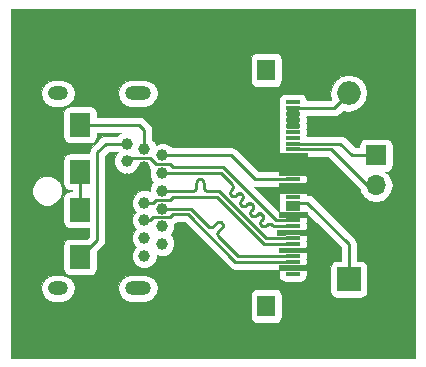
<source format=gbr>
G04 #@! TF.GenerationSoftware,KiCad,Pcbnew,no-vcs-found-be10de8~57~ubuntu16.10.1*
G04 #@! TF.CreationDate,2017-03-16T12:00:26+01:00*
G04 #@! TF.ProjectId,reborn-plutonium-monitor,7265626F726E2D706C75746F6E69756D,rev?*
G04 #@! TF.FileFunction,Copper,L2,Bot,Signal*
G04 #@! TF.FilePolarity,Positive*
%FSLAX46Y46*%
G04 Gerber Fmt 4.6, Leading zero omitted, Abs format (unit mm)*
G04 Created by KiCad (PCBNEW no-vcs-found-be10de8~57~ubuntu16.10.1) date Thu Mar 16 12:00:26 2017*
%MOMM*%
%LPD*%
G01*
G04 APERTURE LIST*
%ADD10C,0.100000*%
%ADD11O,1.700000X1.200000*%
%ADD12O,2.200000X1.200000*%
%ADD13C,1.000000*%
%ADD14R,1.250000X0.300000*%
%ADD15R,1.500000X1.800000*%
%ADD16R,1.700000X2.000000*%
%ADD17R,1.998980X1.998980*%
%ADD18O,1.998980X1.998980*%
%ADD19O,1.700000X1.700000*%
%ADD20R,1.700000X1.700000*%
%ADD21C,0.250000*%
G04 APERTURE END LIST*
D10*
D11*
X191100000Y-36750000D03*
X191100000Y-53250000D03*
D12*
X197880000Y-36750000D03*
X197880000Y-53250000D03*
D13*
X199930000Y-45000000D03*
X199930000Y-43500000D03*
X199930000Y-42000000D03*
X199930000Y-46500000D03*
X199930000Y-48000000D03*
X199930000Y-49500000D03*
X198430000Y-44500000D03*
X198430000Y-43000000D03*
X198430000Y-41500000D03*
X198430000Y-46000000D03*
X198430000Y-47500000D03*
X198430000Y-49000000D03*
X198430000Y-50500000D03*
X196930000Y-44000000D03*
X196930000Y-42500000D03*
X196930000Y-41000000D03*
X196930000Y-45500000D03*
X196930000Y-47000000D03*
X196930000Y-48500000D03*
X196930000Y-50000000D03*
D14*
X211000000Y-52000000D03*
X211000000Y-51500000D03*
X211000000Y-51000000D03*
X211000000Y-50500000D03*
X211000000Y-50000000D03*
X211000000Y-49500000D03*
X211000000Y-49000000D03*
X211000000Y-48500000D03*
X211000000Y-48000000D03*
X211000000Y-47500000D03*
X211000000Y-47000000D03*
X211000000Y-46500000D03*
X211000000Y-46000000D03*
X211000000Y-45500000D03*
X211000000Y-45000000D03*
X211000000Y-44500000D03*
X211000000Y-44000000D03*
X211000000Y-43500000D03*
X211000000Y-43000000D03*
X211000000Y-42500000D03*
X211000000Y-42000000D03*
X211000000Y-41500000D03*
X211000000Y-41000000D03*
X211000000Y-40500000D03*
X211000000Y-40000000D03*
X211000000Y-39500000D03*
X211000000Y-39000000D03*
X211000000Y-38500000D03*
X211000000Y-38000000D03*
X211000000Y-37500000D03*
D15*
X208750000Y-54750000D03*
X208750000Y-34750000D03*
D16*
X193000000Y-39400000D03*
X193000000Y-43400000D03*
D17*
X215750000Y-52500000D03*
D18*
X218290000Y-52500000D03*
X215750000Y-36750000D03*
D17*
X218290000Y-36750000D03*
D19*
X218040000Y-47080000D03*
X218040000Y-44540000D03*
D20*
X218040000Y-42000000D03*
D16*
X193000000Y-50600000D03*
X193000000Y-46600000D03*
D21*
X198430000Y-39880000D02*
X197950000Y-39400000D01*
X197950000Y-39400000D02*
X193000000Y-39400000D01*
X198430000Y-41500000D02*
X198430000Y-39880000D01*
X193000000Y-43400000D02*
X193000000Y-46600000D01*
X215750000Y-49500000D02*
X212250000Y-46000000D01*
X212250000Y-46000000D02*
X211000000Y-46000000D01*
X215750000Y-52500000D02*
X215750000Y-49500000D01*
D10*
X212000000Y-47000000D02*
X212750000Y-47750000D01*
X211000000Y-47000000D02*
X212000000Y-47000000D01*
X212750000Y-47750000D02*
X212750000Y-48000000D01*
X213000000Y-44500000D02*
X213500000Y-45000000D01*
X211000000Y-44500000D02*
X213000000Y-44500000D01*
D21*
X211000000Y-48500000D02*
X212750000Y-48500000D01*
X211000000Y-50000000D02*
X212500000Y-50000000D01*
X211000000Y-51500000D02*
X212250000Y-51500000D01*
X211000000Y-38000000D02*
X214500000Y-38000000D01*
X214500000Y-38000000D02*
X215750000Y-36750000D01*
X216000000Y-42000000D02*
X215000000Y-41000000D01*
X215000000Y-41000000D02*
X211000000Y-41000000D01*
X218040000Y-42000000D02*
X216000000Y-42000000D01*
X217290000Y-44540000D02*
X214250000Y-41500000D01*
X214250000Y-41500000D02*
X211000000Y-41500000D01*
X218040000Y-44540000D02*
X217290000Y-44540000D01*
X194450000Y-41750000D02*
X194450000Y-49150000D01*
X194450000Y-49150000D02*
X193000000Y-50600000D01*
X195200000Y-41000000D02*
X194450000Y-41750000D01*
X196930000Y-41000000D02*
X195200000Y-41000000D01*
X207800000Y-44000000D02*
X205800000Y-42000000D01*
X205800000Y-42000000D02*
X199930000Y-42000000D01*
X211000000Y-44000000D02*
X207800000Y-44000000D01*
X199200000Y-47250000D02*
X200650000Y-47250000D01*
X200650000Y-47250000D02*
X200900000Y-47000000D01*
X198950000Y-47500000D02*
X199200000Y-47250000D01*
X198430000Y-47500000D02*
X198950000Y-47500000D01*
X200900000Y-47000000D02*
X200950000Y-47000000D01*
X202146448Y-47000000D02*
X200900000Y-47000000D01*
X206146447Y-50999999D02*
X202146448Y-47000000D01*
X211000000Y-51000000D02*
X210999999Y-50999999D01*
X210999999Y-50999999D02*
X206146447Y-50999999D01*
X200900000Y-46500000D02*
X202353552Y-46500000D01*
X204739201Y-47631175D02*
X204806379Y-47631174D01*
X202353552Y-46500000D02*
X203853552Y-48000000D01*
X203853552Y-48000000D02*
X203906073Y-48041884D01*
X204871874Y-47646124D02*
X204932400Y-47675272D01*
X204616096Y-48602805D02*
X204616097Y-48669985D01*
X203906073Y-48041884D02*
X203966600Y-48071032D01*
X204616097Y-48669985D02*
X204631045Y-48735478D01*
X203966600Y-48071032D02*
X204032093Y-48085980D01*
X204225293Y-48041885D02*
X204277816Y-48000000D01*
X204932400Y-47675272D02*
X204984921Y-47717156D01*
X204032093Y-48085980D02*
X204099273Y-48085981D01*
X204099273Y-48085981D02*
X204164766Y-48071031D01*
X206353553Y-50500001D02*
X210999999Y-50500001D01*
X204806379Y-47631174D02*
X204871874Y-47646124D01*
X204164766Y-48071031D02*
X204225293Y-48041885D01*
X204277816Y-48000000D02*
X204560657Y-47717156D01*
X204560657Y-47717156D02*
X204613180Y-47675271D01*
X204613180Y-47675271D02*
X204673706Y-47646123D01*
X205026806Y-48088897D02*
X204984921Y-48141420D01*
X210999999Y-50500001D02*
X211000000Y-50500000D01*
X204673706Y-47646123D02*
X204739201Y-47631175D01*
X204984921Y-48141420D02*
X204702079Y-48424263D01*
X205070903Y-47895699D02*
X205070902Y-47962877D01*
X204984921Y-47717156D02*
X205026807Y-47769679D01*
X205026807Y-47769679D02*
X205055953Y-47830204D01*
X205055953Y-47830204D02*
X205070903Y-47895699D01*
X204660194Y-48476786D02*
X204631046Y-48537312D01*
X205070902Y-47962877D02*
X205055954Y-48028372D01*
X205055954Y-48028372D02*
X205026806Y-48088897D01*
X204702079Y-48424263D02*
X204660194Y-48476786D01*
X204631046Y-48537312D02*
X204616096Y-48602805D01*
X204631045Y-48735478D02*
X204660193Y-48796004D01*
X204660193Y-48796004D02*
X204702080Y-48848528D01*
X204702080Y-48848528D02*
X206353553Y-50500001D01*
X200900000Y-46500000D02*
X199930000Y-46500000D01*
X200900000Y-46500000D02*
X200950000Y-46500000D01*
X198430000Y-46000000D02*
X199150000Y-46000000D01*
X199150000Y-46000000D02*
X199400000Y-45750000D01*
X199400000Y-45750000D02*
X200600000Y-45750000D01*
X200850000Y-45500000D02*
X204546448Y-45500000D01*
X200600000Y-45750000D02*
X200850000Y-45500000D01*
X210999999Y-49499999D02*
X211000000Y-49500000D01*
X204546448Y-45500000D02*
X208546447Y-49499999D01*
X208546447Y-49499999D02*
X210999999Y-49499999D01*
X211000000Y-49000000D02*
X210999999Y-49000001D01*
X202879709Y-44169834D02*
X202857521Y-44233243D01*
X203515450Y-44887046D02*
X203479709Y-44830165D01*
X210999999Y-49000001D02*
X208753553Y-49000001D01*
X208753553Y-49000001D02*
X204753552Y-45000000D01*
X202820290Y-44830165D02*
X202784549Y-44887046D01*
X204753552Y-45000000D02*
X203750000Y-45000000D01*
X202784549Y-44887046D02*
X202737046Y-44934549D01*
X203750000Y-45000000D02*
X203683243Y-44992478D01*
X203442478Y-44233243D02*
X203420290Y-44169834D01*
X202842478Y-44766756D02*
X202820290Y-44830165D01*
X203384549Y-44112953D02*
X203337046Y-44065450D01*
X203683243Y-44992478D02*
X203619834Y-44970290D01*
X202737046Y-44934549D02*
X202680165Y-44970290D01*
X203280165Y-44029709D02*
X203216756Y-44007521D01*
X203619834Y-44970290D02*
X203562953Y-44934549D01*
X203457521Y-44766756D02*
X203450000Y-44700000D01*
X203562953Y-44934549D02*
X203515450Y-44887046D01*
X203479709Y-44830165D02*
X203457521Y-44766756D01*
X203420290Y-44169834D02*
X203384549Y-44112953D01*
X203150000Y-44000000D02*
X203083243Y-44007521D01*
X203450000Y-44700000D02*
X203450000Y-44300000D01*
X203337046Y-44065450D02*
X203280165Y-44029709D01*
X203450000Y-44300000D02*
X203442478Y-44233243D01*
X203083243Y-44007521D02*
X203019834Y-44029709D01*
X203216756Y-44007521D02*
X203150000Y-44000000D01*
X203019834Y-44029709D02*
X202962953Y-44065450D01*
X202962953Y-44065450D02*
X202915450Y-44112953D01*
X202915450Y-44112953D02*
X202879709Y-44169834D01*
X202857521Y-44233243D02*
X202850000Y-44300000D01*
X202850000Y-44300000D02*
X202850000Y-44700000D01*
X202850000Y-44700000D02*
X202842478Y-44766756D01*
X202680165Y-44970290D02*
X202616756Y-44992478D01*
X202616756Y-44992478D02*
X202550000Y-45000000D01*
X202550000Y-45000000D02*
X200785150Y-45000000D01*
X200785150Y-45000000D02*
X199930000Y-45000000D01*
X207623975Y-46467710D02*
X207638924Y-46402215D01*
X211000000Y-48000000D02*
X210999999Y-47999999D01*
X210999999Y-47999999D02*
X209396447Y-47999999D01*
X205855884Y-44459436D02*
X204896448Y-43500000D01*
X207594827Y-46528236D02*
X207623975Y-46467710D01*
X208254479Y-47736020D02*
X208254478Y-47668840D01*
X205973417Y-45454958D02*
X205907922Y-45440009D01*
X207638924Y-46402215D02*
X207638924Y-46335037D01*
X206643403Y-45793240D02*
X206704412Y-45732228D01*
X205855883Y-44883699D02*
X205897769Y-44831178D01*
X208340460Y-47914562D02*
X208298575Y-47862040D01*
X209004278Y-47767570D02*
X208938785Y-47782520D01*
X209396447Y-47999999D02*
X209250000Y-47853552D01*
X205897769Y-44511958D02*
X205855884Y-44459436D01*
X207737653Y-47152016D02*
X207670475Y-47152016D01*
X208487453Y-47250744D02*
X208487453Y-47183566D01*
X206790395Y-45486508D02*
X206775446Y-45421013D01*
X207491931Y-47066033D02*
X207450046Y-47013511D01*
X207604980Y-47137067D02*
X207544454Y-47107919D01*
X209250000Y-47853552D02*
X209197478Y-47811667D01*
X206601516Y-45845762D02*
X206643403Y-45793240D01*
X208878258Y-47811666D02*
X208825736Y-47853553D01*
X208472504Y-47118071D02*
X208443356Y-47057545D01*
X206821946Y-46303487D02*
X206756451Y-46288538D01*
X209197478Y-47811667D02*
X209136951Y-47782519D01*
X206591364Y-45236932D02*
X206525871Y-45221984D01*
X209136951Y-47782519D02*
X209071458Y-47767571D01*
X205794874Y-44944711D02*
X205855883Y-44883699D01*
X205941866Y-44637979D02*
X205926917Y-44572484D01*
X207450045Y-46694291D02*
X207491932Y-46641769D01*
X207307220Y-46070512D02*
X207241727Y-46085462D01*
X206775446Y-45421013D02*
X206746298Y-45360487D01*
X208443356Y-47376765D02*
X208472504Y-47316239D01*
X206746298Y-45360487D02*
X206704413Y-45307965D01*
X208519004Y-48000545D02*
X208453509Y-47985596D01*
X205907922Y-45440009D02*
X205847396Y-45410861D01*
X208029729Y-46963137D02*
X207977207Y-47005024D01*
X209071458Y-47767571D02*
X209004278Y-47767570D01*
X208651677Y-47985596D02*
X208586182Y-48000545D01*
X205926917Y-44770652D02*
X205941866Y-44705157D01*
X208938785Y-47782520D02*
X208878258Y-47811666D01*
X206651891Y-45266080D02*
X206591364Y-45236932D01*
X208348949Y-46963138D02*
X208288422Y-46933990D01*
X208298575Y-47862040D02*
X208269427Y-47801513D01*
X206756451Y-46288538D02*
X206695925Y-46259390D01*
X206458691Y-45221983D02*
X206393198Y-45236933D01*
X208472504Y-47316239D02*
X208487453Y-47250744D01*
X208586182Y-48000545D02*
X208519004Y-48000545D01*
X208825736Y-47853553D02*
X208764724Y-47914562D01*
X205708891Y-45123253D02*
X205723841Y-45057760D01*
X208764724Y-47914562D02*
X208712203Y-47956448D01*
X206219137Y-45368975D02*
X206166616Y-45410861D01*
X207803148Y-47137067D02*
X207737653Y-47152016D01*
X208712203Y-47956448D02*
X208651677Y-47985596D01*
X207420898Y-46952984D02*
X207405950Y-46887491D01*
X208453509Y-47985596D02*
X208392983Y-47956448D01*
X207552941Y-46580757D02*
X207594827Y-46528236D01*
X208392983Y-47956448D02*
X208340460Y-47914562D01*
X208269427Y-47801513D02*
X208254479Y-47736020D01*
X208288422Y-46933990D02*
X208222929Y-46919042D01*
X208254478Y-47668840D02*
X208269428Y-47603347D01*
X207977207Y-47005024D02*
X207916195Y-47066033D01*
X206704413Y-45307965D02*
X206651891Y-45266080D01*
X208269428Y-47603347D02*
X208298574Y-47542820D01*
X208298574Y-47542820D02*
X208340461Y-47490298D01*
X208487453Y-47183566D02*
X208472504Y-47118071D01*
X208340461Y-47490298D02*
X208401470Y-47429286D01*
X207405949Y-46820311D02*
X207420899Y-46754818D01*
X205794873Y-45368975D02*
X205752988Y-45316453D01*
X208401470Y-47429286D02*
X208443356Y-47376765D01*
X208401471Y-47005023D02*
X208348949Y-46963138D01*
X208443356Y-47057545D02*
X208401471Y-47005023D01*
X207405950Y-46887491D02*
X207405949Y-46820311D01*
X208222929Y-46919042D02*
X208155749Y-46919041D01*
X208155749Y-46919041D02*
X208090256Y-46933991D01*
X206572369Y-46104455D02*
X206557421Y-46038962D01*
X208090256Y-46933991D02*
X208029729Y-46963137D01*
X207916195Y-47066033D02*
X207863674Y-47107919D01*
X207863674Y-47107919D02*
X207803148Y-47137067D01*
X206746298Y-45679707D02*
X206775446Y-45619181D01*
X205708892Y-45190433D02*
X205708891Y-45123253D01*
X207552942Y-46156494D02*
X207500420Y-46114609D01*
X207500420Y-46114609D02*
X207439893Y-46085461D01*
X206695925Y-46259390D02*
X206643402Y-46217504D01*
X207670475Y-47152016D02*
X207604980Y-47137067D01*
X207544454Y-47107919D02*
X207491931Y-47066033D01*
X207450046Y-47013511D02*
X207420898Y-46952984D01*
X206775446Y-45619181D02*
X206790395Y-45553686D01*
X207420899Y-46754818D02*
X207450045Y-46694291D01*
X207491932Y-46641769D02*
X207552941Y-46580757D01*
X207638924Y-46335037D02*
X207623975Y-46269542D01*
X207128678Y-46156495D02*
X207067666Y-46217504D01*
X206557421Y-46038962D02*
X206557420Y-45971782D01*
X207623975Y-46269542D02*
X207594827Y-46209016D01*
X207594827Y-46209016D02*
X207552942Y-46156494D01*
X207439893Y-46085461D02*
X207374400Y-46070513D01*
X207374400Y-46070513D02*
X207307220Y-46070512D01*
X207241727Y-46085462D02*
X207181200Y-46114608D01*
X207181200Y-46114608D02*
X207128678Y-46156495D01*
X207067666Y-46217504D02*
X207015145Y-46259390D01*
X205723840Y-45255926D02*
X205708892Y-45190433D01*
X207015145Y-46259390D02*
X206954619Y-46288538D01*
X206572370Y-45906289D02*
X206601516Y-45845762D01*
X205723841Y-45057760D02*
X205752987Y-44997233D01*
X206954619Y-46288538D02*
X206889124Y-46303487D01*
X206889124Y-46303487D02*
X206821946Y-46303487D01*
X206643402Y-46217504D02*
X206601517Y-46164982D01*
X206601517Y-46164982D02*
X206572369Y-46104455D01*
X206557420Y-45971782D02*
X206572370Y-45906289D01*
X206704412Y-45732228D02*
X206746298Y-45679707D01*
X206790395Y-45553686D02*
X206790395Y-45486508D01*
X206525871Y-45221984D02*
X206458691Y-45221983D01*
X206393198Y-45236933D02*
X206332671Y-45266079D01*
X206332671Y-45266079D02*
X206280149Y-45307966D01*
X206280149Y-45307966D02*
X206219137Y-45368975D01*
X206166616Y-45410861D02*
X206106090Y-45440009D01*
X206106090Y-45440009D02*
X206040595Y-45454958D01*
X206040595Y-45454958D02*
X205973417Y-45454958D01*
X205847396Y-45410861D02*
X205794873Y-45368975D01*
X205752988Y-45316453D02*
X205723840Y-45255926D01*
X205752987Y-44997233D02*
X205794874Y-44944711D01*
X205897769Y-44831178D02*
X205926917Y-44770652D01*
X205941866Y-44705157D02*
X205941866Y-44637979D01*
X205926917Y-44572484D02*
X205897769Y-44511958D01*
X204896448Y-43500000D02*
X201250000Y-43500000D01*
X201250000Y-43500000D02*
X199930000Y-43500000D01*
X211000000Y-47500000D02*
X210999999Y-47500001D01*
X200600000Y-42750000D02*
X199450000Y-42750000D01*
X210999999Y-47500001D02*
X209603553Y-47500001D01*
X209603553Y-47500001D02*
X205103552Y-43000000D01*
X205103552Y-43000000D02*
X200850000Y-43000000D01*
X200850000Y-43000000D02*
X200600000Y-42750000D01*
X199450000Y-42750000D02*
X198950000Y-42250000D01*
X198950000Y-42250000D02*
X197180000Y-42250000D01*
X197180000Y-42250000D02*
X196930000Y-42500000D01*
D10*
G36*
X221375000Y-59125000D02*
X187125000Y-59125000D01*
X187125000Y-53250000D01*
X189672572Y-53250000D01*
X189760111Y-53690086D01*
X190009399Y-54063173D01*
X190382486Y-54312461D01*
X190822572Y-54400000D01*
X191377428Y-54400000D01*
X191817514Y-54312461D01*
X192190601Y-54063173D01*
X192439889Y-53690086D01*
X192527428Y-53250000D01*
X196197675Y-53250000D01*
X196285214Y-53690086D01*
X196534502Y-54063173D01*
X196907589Y-54312461D01*
X197347675Y-54400000D01*
X198412325Y-54400000D01*
X198852411Y-54312461D01*
X199225498Y-54063173D01*
X199367935Y-53850000D01*
X207439225Y-53850000D01*
X207439225Y-55650000D01*
X207481911Y-55864599D01*
X207603472Y-56046528D01*
X207785401Y-56168089D01*
X208000000Y-56210775D01*
X209500000Y-56210775D01*
X209714599Y-56168089D01*
X209896528Y-56046528D01*
X210018089Y-55864599D01*
X210060775Y-55650000D01*
X210060775Y-53850000D01*
X210018089Y-53635401D01*
X209896528Y-53453472D01*
X209714599Y-53331911D01*
X209500000Y-53289225D01*
X208000000Y-53289225D01*
X207785401Y-53331911D01*
X207603472Y-53453472D01*
X207481911Y-53635401D01*
X207439225Y-53850000D01*
X199367935Y-53850000D01*
X199474786Y-53690086D01*
X199562325Y-53250000D01*
X199474786Y-52809914D01*
X199225498Y-52436827D01*
X198852411Y-52187539D01*
X198412325Y-52100000D01*
X197347675Y-52100000D01*
X196907589Y-52187539D01*
X196534502Y-52436827D01*
X196285214Y-52809914D01*
X196197675Y-53250000D01*
X192527428Y-53250000D01*
X192439889Y-52809914D01*
X192190601Y-52436827D01*
X191817514Y-52187539D01*
X191377428Y-52100000D01*
X190822572Y-52100000D01*
X190382486Y-52187539D01*
X190009399Y-52436827D01*
X189760111Y-52809914D01*
X189672572Y-53250000D01*
X187125000Y-53250000D01*
X187125000Y-45247550D01*
X188949783Y-45247550D01*
X189139684Y-45707143D01*
X189491007Y-46059081D01*
X189950269Y-46249783D01*
X190447550Y-46250217D01*
X190907143Y-46060316D01*
X191259081Y-45708993D01*
X191449783Y-45249731D01*
X191450217Y-44752450D01*
X191260316Y-44292857D01*
X190908993Y-43940919D01*
X190449731Y-43750217D01*
X189952450Y-43749783D01*
X189492857Y-43939684D01*
X189140919Y-44291007D01*
X188950217Y-44750269D01*
X188949783Y-45247550D01*
X187125000Y-45247550D01*
X187125000Y-38400000D01*
X191589225Y-38400000D01*
X191589225Y-40400000D01*
X191631911Y-40614599D01*
X191753472Y-40796528D01*
X191935401Y-40918089D01*
X192150000Y-40960775D01*
X193850000Y-40960775D01*
X194064599Y-40918089D01*
X194246528Y-40796528D01*
X194368089Y-40614599D01*
X194410775Y-40400000D01*
X194410775Y-40075000D01*
X196419095Y-40075000D01*
X196336000Y-40109334D01*
X196119957Y-40325000D01*
X195200000Y-40325000D01*
X194941688Y-40376381D01*
X194722703Y-40522703D01*
X193972703Y-41272703D01*
X193826381Y-41491688D01*
X193800139Y-41623619D01*
X193775000Y-41750000D01*
X193775000Y-41839225D01*
X192150000Y-41839225D01*
X191935401Y-41881911D01*
X191753472Y-42003472D01*
X191631911Y-42185401D01*
X191589225Y-42400000D01*
X191589225Y-44400000D01*
X191631911Y-44614599D01*
X191753472Y-44796528D01*
X191935401Y-44918089D01*
X192150000Y-44960775D01*
X192325000Y-44960775D01*
X192325000Y-45039225D01*
X192150000Y-45039225D01*
X191935401Y-45081911D01*
X191753472Y-45203472D01*
X191631911Y-45385401D01*
X191589225Y-45600000D01*
X191589225Y-47600000D01*
X191631911Y-47814599D01*
X191753472Y-47996528D01*
X191935401Y-48118089D01*
X192150000Y-48160775D01*
X193775000Y-48160775D01*
X193775000Y-48870406D01*
X193606181Y-49039225D01*
X192150000Y-49039225D01*
X191935401Y-49081911D01*
X191753472Y-49203472D01*
X191631911Y-49385401D01*
X191589225Y-49600000D01*
X191589225Y-51600000D01*
X191631911Y-51814599D01*
X191753472Y-51996528D01*
X191935401Y-52118089D01*
X192150000Y-52160775D01*
X193850000Y-52160775D01*
X194064599Y-52118089D01*
X194246528Y-51996528D01*
X194368089Y-51814599D01*
X194410775Y-51600000D01*
X194410775Y-50143819D01*
X194927297Y-49627297D01*
X195073619Y-49408312D01*
X195125000Y-49150000D01*
X195125000Y-42029594D01*
X195479594Y-41675000D01*
X196120193Y-41675000D01*
X196195075Y-41750013D01*
X196040372Y-41904446D01*
X195880182Y-42290226D01*
X195879818Y-42707942D01*
X196039334Y-43094000D01*
X196334446Y-43389628D01*
X196720226Y-43549818D01*
X197137942Y-43550182D01*
X197524000Y-43390666D01*
X197819628Y-43095554D01*
X197890448Y-42925000D01*
X198670406Y-42925000D01*
X198925792Y-43180386D01*
X198880182Y-43290226D01*
X198879818Y-43707942D01*
X199039334Y-44094000D01*
X199195075Y-44250013D01*
X199040372Y-44404446D01*
X198880182Y-44790226D01*
X198879956Y-45049914D01*
X198639774Y-44950182D01*
X198222058Y-44949818D01*
X197836000Y-45109334D01*
X197540372Y-45404446D01*
X197380182Y-45790226D01*
X197379818Y-46207942D01*
X197539334Y-46594000D01*
X197695075Y-46750013D01*
X197540372Y-46904446D01*
X197380182Y-47290226D01*
X197379818Y-47707942D01*
X197539334Y-48094000D01*
X197695075Y-48250013D01*
X197540372Y-48404446D01*
X197380182Y-48790226D01*
X197379818Y-49207942D01*
X197539334Y-49594000D01*
X197695075Y-49750013D01*
X197540372Y-49904446D01*
X197380182Y-50290226D01*
X197379818Y-50707942D01*
X197539334Y-51094000D01*
X197834446Y-51389628D01*
X198220226Y-51549818D01*
X198637942Y-51550182D01*
X199024000Y-51390666D01*
X199319628Y-51095554D01*
X199479818Y-50709774D01*
X199480044Y-50450086D01*
X199720226Y-50549818D01*
X200137942Y-50550182D01*
X200524000Y-50390666D01*
X200819628Y-50095554D01*
X200979818Y-49709774D01*
X200980182Y-49292058D01*
X200820666Y-48906000D01*
X200664925Y-48749987D01*
X200819628Y-48595554D01*
X200979818Y-48209774D01*
X200980153Y-47825616D01*
X201127297Y-47727297D01*
X201179594Y-47675000D01*
X201866854Y-47675000D01*
X205669150Y-51477296D01*
X205888135Y-51623618D01*
X206146447Y-51674999D01*
X209849035Y-51674999D01*
X209814225Y-51850000D01*
X209814225Y-52150000D01*
X209856911Y-52364599D01*
X209978472Y-52546528D01*
X210160401Y-52668089D01*
X210375000Y-52710775D01*
X211625000Y-52710775D01*
X211839599Y-52668089D01*
X212021528Y-52546528D01*
X212143089Y-52364599D01*
X212185775Y-52150000D01*
X212185775Y-51850000D01*
X212143089Y-51635401D01*
X212052617Y-51500000D01*
X212143089Y-51364599D01*
X212185775Y-51150000D01*
X212185775Y-50850000D01*
X212165884Y-50750000D01*
X212185775Y-50650000D01*
X212185775Y-50350000D01*
X212143089Y-50135401D01*
X212052617Y-50000000D01*
X212143089Y-49864599D01*
X212185775Y-49650000D01*
X212185775Y-49350000D01*
X212165884Y-49250000D01*
X212185775Y-49150000D01*
X212185775Y-48850000D01*
X212143089Y-48635401D01*
X212052617Y-48500000D01*
X212143089Y-48364599D01*
X212185775Y-48150000D01*
X212185775Y-47850000D01*
X212165884Y-47750000D01*
X212185775Y-47650000D01*
X212185775Y-47350000D01*
X212143089Y-47135401D01*
X212052617Y-47000000D01*
X212143089Y-46864599D01*
X212145896Y-46850490D01*
X215075000Y-49779594D01*
X215075000Y-50939735D01*
X214750510Y-50939735D01*
X214535911Y-50982421D01*
X214353982Y-51103982D01*
X214232421Y-51285911D01*
X214189735Y-51500510D01*
X214189735Y-53499490D01*
X214232421Y-53714089D01*
X214353982Y-53896018D01*
X214535911Y-54017579D01*
X214750510Y-54060265D01*
X216749490Y-54060265D01*
X216964089Y-54017579D01*
X217146018Y-53896018D01*
X217267579Y-53714089D01*
X217310265Y-53499490D01*
X217310265Y-51500510D01*
X217267579Y-51285911D01*
X217146018Y-51103982D01*
X216964089Y-50982421D01*
X216749490Y-50939735D01*
X216425000Y-50939735D01*
X216425000Y-49500000D01*
X216373619Y-49241689D01*
X216227297Y-49022703D01*
X212727297Y-45522703D01*
X212508312Y-45376381D01*
X212250000Y-45325000D01*
X212180802Y-45325000D01*
X212143089Y-45135401D01*
X212021528Y-44953472D01*
X211839599Y-44831911D01*
X211625000Y-44789225D01*
X210375000Y-44789225D01*
X210160401Y-44831911D01*
X209978472Y-44953472D01*
X209856911Y-45135401D01*
X209814225Y-45350000D01*
X209814225Y-45650000D01*
X209834116Y-45750000D01*
X209814225Y-45850000D01*
X209814225Y-46150000D01*
X209834116Y-46250000D01*
X209814225Y-46350000D01*
X209814225Y-46650000D01*
X209840564Y-46782418D01*
X207716546Y-44658400D01*
X207800000Y-44675000D01*
X210195145Y-44675000D01*
X210375000Y-44710775D01*
X211625000Y-44710775D01*
X211839599Y-44668089D01*
X212021528Y-44546528D01*
X212143089Y-44364599D01*
X212185775Y-44150000D01*
X212185775Y-43850000D01*
X212143089Y-43635401D01*
X212021528Y-43453472D01*
X211839599Y-43331911D01*
X211625000Y-43289225D01*
X210375000Y-43289225D01*
X210195145Y-43325000D01*
X208079594Y-43325000D01*
X206277297Y-41522703D01*
X206058312Y-41376381D01*
X205800000Y-41325000D01*
X200739807Y-41325000D01*
X200525554Y-41110372D01*
X200139774Y-40950182D01*
X199722058Y-40949818D01*
X199394666Y-41085094D01*
X199320666Y-40906000D01*
X199105000Y-40689957D01*
X199105000Y-39880000D01*
X199053619Y-39621689D01*
X198907297Y-39402703D01*
X198427297Y-38922703D01*
X198208312Y-38776381D01*
X197950000Y-38725000D01*
X194410775Y-38725000D01*
X194410775Y-38400000D01*
X194368089Y-38185401D01*
X194246528Y-38003472D01*
X194064599Y-37881911D01*
X193850000Y-37839225D01*
X192150000Y-37839225D01*
X191935401Y-37881911D01*
X191753472Y-38003472D01*
X191631911Y-38185401D01*
X191589225Y-38400000D01*
X187125000Y-38400000D01*
X187125000Y-36750000D01*
X189672572Y-36750000D01*
X189760111Y-37190086D01*
X190009399Y-37563173D01*
X190382486Y-37812461D01*
X190822572Y-37900000D01*
X191377428Y-37900000D01*
X191817514Y-37812461D01*
X192190601Y-37563173D01*
X192439889Y-37190086D01*
X192527428Y-36750000D01*
X196197675Y-36750000D01*
X196285214Y-37190086D01*
X196534502Y-37563173D01*
X196907589Y-37812461D01*
X197347675Y-37900000D01*
X198412325Y-37900000D01*
X198852411Y-37812461D01*
X199225498Y-37563173D01*
X199367935Y-37350000D01*
X209814225Y-37350000D01*
X209814225Y-37650000D01*
X209834116Y-37750000D01*
X209814225Y-37850000D01*
X209814225Y-38150000D01*
X209834116Y-38250000D01*
X209814225Y-38350000D01*
X209814225Y-38650000D01*
X209834116Y-38750000D01*
X209814225Y-38850000D01*
X209814225Y-39150000D01*
X209834116Y-39250000D01*
X209814225Y-39350000D01*
X209814225Y-39650000D01*
X209834116Y-39750000D01*
X209814225Y-39850000D01*
X209814225Y-40150000D01*
X209834116Y-40250000D01*
X209814225Y-40350000D01*
X209814225Y-40650000D01*
X209834116Y-40750000D01*
X209814225Y-40850000D01*
X209814225Y-41150000D01*
X209834116Y-41250000D01*
X209814225Y-41350000D01*
X209814225Y-41650000D01*
X209856911Y-41864599D01*
X209978472Y-42046528D01*
X210160401Y-42168089D01*
X210375000Y-42210775D01*
X211625000Y-42210775D01*
X211804855Y-42175000D01*
X213970406Y-42175000D01*
X216681393Y-44885987D01*
X216719141Y-45075757D01*
X217022623Y-45529949D01*
X217476815Y-45833431D01*
X218012572Y-45940000D01*
X218067428Y-45940000D01*
X218603185Y-45833431D01*
X219057377Y-45529949D01*
X219360859Y-45075757D01*
X219467428Y-44540000D01*
X219360859Y-44004243D01*
X219057377Y-43550051D01*
X218848936Y-43410775D01*
X218890000Y-43410775D01*
X219104599Y-43368089D01*
X219286528Y-43246528D01*
X219408089Y-43064599D01*
X219450775Y-42850000D01*
X219450775Y-41150000D01*
X219408089Y-40935401D01*
X219286528Y-40753472D01*
X219104599Y-40631911D01*
X218890000Y-40589225D01*
X217190000Y-40589225D01*
X216975401Y-40631911D01*
X216793472Y-40753472D01*
X216671911Y-40935401D01*
X216629225Y-41150000D01*
X216629225Y-41325000D01*
X216279594Y-41325000D01*
X215477297Y-40522703D01*
X215258312Y-40376381D01*
X215000000Y-40325000D01*
X212180802Y-40325000D01*
X212165884Y-40250000D01*
X212185775Y-40150000D01*
X212185775Y-39850000D01*
X212165884Y-39750000D01*
X212185775Y-39650000D01*
X212185775Y-39350000D01*
X212165884Y-39250000D01*
X212185775Y-39150000D01*
X212185775Y-38850000D01*
X212165884Y-38750000D01*
X212180802Y-38675000D01*
X214500000Y-38675000D01*
X214758312Y-38623619D01*
X214977297Y-38477297D01*
X215248767Y-38205827D01*
X215719644Y-38299490D01*
X215780356Y-38299490D01*
X216373320Y-38181542D01*
X216876011Y-37845655D01*
X217211898Y-37342964D01*
X217329846Y-36750000D01*
X217211898Y-36157036D01*
X216876011Y-35654345D01*
X216373320Y-35318458D01*
X215780356Y-35200510D01*
X215719644Y-35200510D01*
X215126680Y-35318458D01*
X214623989Y-35654345D01*
X214288102Y-36157036D01*
X214170154Y-36750000D01*
X214273890Y-37271516D01*
X214220406Y-37325000D01*
X212180802Y-37325000D01*
X212143089Y-37135401D01*
X212021528Y-36953472D01*
X211839599Y-36831911D01*
X211625000Y-36789225D01*
X210375000Y-36789225D01*
X210160401Y-36831911D01*
X209978472Y-36953472D01*
X209856911Y-37135401D01*
X209814225Y-37350000D01*
X199367935Y-37350000D01*
X199474786Y-37190086D01*
X199562325Y-36750000D01*
X199474786Y-36309914D01*
X199225498Y-35936827D01*
X198852411Y-35687539D01*
X198412325Y-35600000D01*
X197347675Y-35600000D01*
X196907589Y-35687539D01*
X196534502Y-35936827D01*
X196285214Y-36309914D01*
X196197675Y-36750000D01*
X192527428Y-36750000D01*
X192439889Y-36309914D01*
X192190601Y-35936827D01*
X191817514Y-35687539D01*
X191377428Y-35600000D01*
X190822572Y-35600000D01*
X190382486Y-35687539D01*
X190009399Y-35936827D01*
X189760111Y-36309914D01*
X189672572Y-36750000D01*
X187125000Y-36750000D01*
X187125000Y-33850000D01*
X207439225Y-33850000D01*
X207439225Y-35650000D01*
X207481911Y-35864599D01*
X207603472Y-36046528D01*
X207785401Y-36168089D01*
X208000000Y-36210775D01*
X209500000Y-36210775D01*
X209714599Y-36168089D01*
X209896528Y-36046528D01*
X210018089Y-35864599D01*
X210060775Y-35650000D01*
X210060775Y-33850000D01*
X210018089Y-33635401D01*
X209896528Y-33453472D01*
X209714599Y-33331911D01*
X209500000Y-33289225D01*
X208000000Y-33289225D01*
X207785401Y-33331911D01*
X207603472Y-33453472D01*
X207481911Y-33635401D01*
X207439225Y-33850000D01*
X187125000Y-33850000D01*
X187125000Y-29625000D01*
X221375000Y-29625000D01*
X221375000Y-59125000D01*
X221375000Y-59125000D01*
G37*
X221375000Y-59125000D02*
X187125000Y-59125000D01*
X187125000Y-53250000D01*
X189672572Y-53250000D01*
X189760111Y-53690086D01*
X190009399Y-54063173D01*
X190382486Y-54312461D01*
X190822572Y-54400000D01*
X191377428Y-54400000D01*
X191817514Y-54312461D01*
X192190601Y-54063173D01*
X192439889Y-53690086D01*
X192527428Y-53250000D01*
X196197675Y-53250000D01*
X196285214Y-53690086D01*
X196534502Y-54063173D01*
X196907589Y-54312461D01*
X197347675Y-54400000D01*
X198412325Y-54400000D01*
X198852411Y-54312461D01*
X199225498Y-54063173D01*
X199367935Y-53850000D01*
X207439225Y-53850000D01*
X207439225Y-55650000D01*
X207481911Y-55864599D01*
X207603472Y-56046528D01*
X207785401Y-56168089D01*
X208000000Y-56210775D01*
X209500000Y-56210775D01*
X209714599Y-56168089D01*
X209896528Y-56046528D01*
X210018089Y-55864599D01*
X210060775Y-55650000D01*
X210060775Y-53850000D01*
X210018089Y-53635401D01*
X209896528Y-53453472D01*
X209714599Y-53331911D01*
X209500000Y-53289225D01*
X208000000Y-53289225D01*
X207785401Y-53331911D01*
X207603472Y-53453472D01*
X207481911Y-53635401D01*
X207439225Y-53850000D01*
X199367935Y-53850000D01*
X199474786Y-53690086D01*
X199562325Y-53250000D01*
X199474786Y-52809914D01*
X199225498Y-52436827D01*
X198852411Y-52187539D01*
X198412325Y-52100000D01*
X197347675Y-52100000D01*
X196907589Y-52187539D01*
X196534502Y-52436827D01*
X196285214Y-52809914D01*
X196197675Y-53250000D01*
X192527428Y-53250000D01*
X192439889Y-52809914D01*
X192190601Y-52436827D01*
X191817514Y-52187539D01*
X191377428Y-52100000D01*
X190822572Y-52100000D01*
X190382486Y-52187539D01*
X190009399Y-52436827D01*
X189760111Y-52809914D01*
X189672572Y-53250000D01*
X187125000Y-53250000D01*
X187125000Y-45247550D01*
X188949783Y-45247550D01*
X189139684Y-45707143D01*
X189491007Y-46059081D01*
X189950269Y-46249783D01*
X190447550Y-46250217D01*
X190907143Y-46060316D01*
X191259081Y-45708993D01*
X191449783Y-45249731D01*
X191450217Y-44752450D01*
X191260316Y-44292857D01*
X190908993Y-43940919D01*
X190449731Y-43750217D01*
X189952450Y-43749783D01*
X189492857Y-43939684D01*
X189140919Y-44291007D01*
X188950217Y-44750269D01*
X188949783Y-45247550D01*
X187125000Y-45247550D01*
X187125000Y-38400000D01*
X191589225Y-38400000D01*
X191589225Y-40400000D01*
X191631911Y-40614599D01*
X191753472Y-40796528D01*
X191935401Y-40918089D01*
X192150000Y-40960775D01*
X193850000Y-40960775D01*
X194064599Y-40918089D01*
X194246528Y-40796528D01*
X194368089Y-40614599D01*
X194410775Y-40400000D01*
X194410775Y-40075000D01*
X196419095Y-40075000D01*
X196336000Y-40109334D01*
X196119957Y-40325000D01*
X195200000Y-40325000D01*
X194941688Y-40376381D01*
X194722703Y-40522703D01*
X193972703Y-41272703D01*
X193826381Y-41491688D01*
X193800139Y-41623619D01*
X193775000Y-41750000D01*
X193775000Y-41839225D01*
X192150000Y-41839225D01*
X191935401Y-41881911D01*
X191753472Y-42003472D01*
X191631911Y-42185401D01*
X191589225Y-42400000D01*
X191589225Y-44400000D01*
X191631911Y-44614599D01*
X191753472Y-44796528D01*
X191935401Y-44918089D01*
X192150000Y-44960775D01*
X192325000Y-44960775D01*
X192325000Y-45039225D01*
X192150000Y-45039225D01*
X191935401Y-45081911D01*
X191753472Y-45203472D01*
X191631911Y-45385401D01*
X191589225Y-45600000D01*
X191589225Y-47600000D01*
X191631911Y-47814599D01*
X191753472Y-47996528D01*
X191935401Y-48118089D01*
X192150000Y-48160775D01*
X193775000Y-48160775D01*
X193775000Y-48870406D01*
X193606181Y-49039225D01*
X192150000Y-49039225D01*
X191935401Y-49081911D01*
X191753472Y-49203472D01*
X191631911Y-49385401D01*
X191589225Y-49600000D01*
X191589225Y-51600000D01*
X191631911Y-51814599D01*
X191753472Y-51996528D01*
X191935401Y-52118089D01*
X192150000Y-52160775D01*
X193850000Y-52160775D01*
X194064599Y-52118089D01*
X194246528Y-51996528D01*
X194368089Y-51814599D01*
X194410775Y-51600000D01*
X194410775Y-50143819D01*
X194927297Y-49627297D01*
X195073619Y-49408312D01*
X195125000Y-49150000D01*
X195125000Y-42029594D01*
X195479594Y-41675000D01*
X196120193Y-41675000D01*
X196195075Y-41750013D01*
X196040372Y-41904446D01*
X195880182Y-42290226D01*
X195879818Y-42707942D01*
X196039334Y-43094000D01*
X196334446Y-43389628D01*
X196720226Y-43549818D01*
X197137942Y-43550182D01*
X197524000Y-43390666D01*
X197819628Y-43095554D01*
X197890448Y-42925000D01*
X198670406Y-42925000D01*
X198925792Y-43180386D01*
X198880182Y-43290226D01*
X198879818Y-43707942D01*
X199039334Y-44094000D01*
X199195075Y-44250013D01*
X199040372Y-44404446D01*
X198880182Y-44790226D01*
X198879956Y-45049914D01*
X198639774Y-44950182D01*
X198222058Y-44949818D01*
X197836000Y-45109334D01*
X197540372Y-45404446D01*
X197380182Y-45790226D01*
X197379818Y-46207942D01*
X197539334Y-46594000D01*
X197695075Y-46750013D01*
X197540372Y-46904446D01*
X197380182Y-47290226D01*
X197379818Y-47707942D01*
X197539334Y-48094000D01*
X197695075Y-48250013D01*
X197540372Y-48404446D01*
X197380182Y-48790226D01*
X197379818Y-49207942D01*
X197539334Y-49594000D01*
X197695075Y-49750013D01*
X197540372Y-49904446D01*
X197380182Y-50290226D01*
X197379818Y-50707942D01*
X197539334Y-51094000D01*
X197834446Y-51389628D01*
X198220226Y-51549818D01*
X198637942Y-51550182D01*
X199024000Y-51390666D01*
X199319628Y-51095554D01*
X199479818Y-50709774D01*
X199480044Y-50450086D01*
X199720226Y-50549818D01*
X200137942Y-50550182D01*
X200524000Y-50390666D01*
X200819628Y-50095554D01*
X200979818Y-49709774D01*
X200980182Y-49292058D01*
X200820666Y-48906000D01*
X200664925Y-48749987D01*
X200819628Y-48595554D01*
X200979818Y-48209774D01*
X200980153Y-47825616D01*
X201127297Y-47727297D01*
X201179594Y-47675000D01*
X201866854Y-47675000D01*
X205669150Y-51477296D01*
X205888135Y-51623618D01*
X206146447Y-51674999D01*
X209849035Y-51674999D01*
X209814225Y-51850000D01*
X209814225Y-52150000D01*
X209856911Y-52364599D01*
X209978472Y-52546528D01*
X210160401Y-52668089D01*
X210375000Y-52710775D01*
X211625000Y-52710775D01*
X211839599Y-52668089D01*
X212021528Y-52546528D01*
X212143089Y-52364599D01*
X212185775Y-52150000D01*
X212185775Y-51850000D01*
X212143089Y-51635401D01*
X212052617Y-51500000D01*
X212143089Y-51364599D01*
X212185775Y-51150000D01*
X212185775Y-50850000D01*
X212165884Y-50750000D01*
X212185775Y-50650000D01*
X212185775Y-50350000D01*
X212143089Y-50135401D01*
X212052617Y-50000000D01*
X212143089Y-49864599D01*
X212185775Y-49650000D01*
X212185775Y-49350000D01*
X212165884Y-49250000D01*
X212185775Y-49150000D01*
X212185775Y-48850000D01*
X212143089Y-48635401D01*
X212052617Y-48500000D01*
X212143089Y-48364599D01*
X212185775Y-48150000D01*
X212185775Y-47850000D01*
X212165884Y-47750000D01*
X212185775Y-47650000D01*
X212185775Y-47350000D01*
X212143089Y-47135401D01*
X212052617Y-47000000D01*
X212143089Y-46864599D01*
X212145896Y-46850490D01*
X215075000Y-49779594D01*
X215075000Y-50939735D01*
X214750510Y-50939735D01*
X214535911Y-50982421D01*
X214353982Y-51103982D01*
X214232421Y-51285911D01*
X214189735Y-51500510D01*
X214189735Y-53499490D01*
X214232421Y-53714089D01*
X214353982Y-53896018D01*
X214535911Y-54017579D01*
X214750510Y-54060265D01*
X216749490Y-54060265D01*
X216964089Y-54017579D01*
X217146018Y-53896018D01*
X217267579Y-53714089D01*
X217310265Y-53499490D01*
X217310265Y-51500510D01*
X217267579Y-51285911D01*
X217146018Y-51103982D01*
X216964089Y-50982421D01*
X216749490Y-50939735D01*
X216425000Y-50939735D01*
X216425000Y-49500000D01*
X216373619Y-49241689D01*
X216227297Y-49022703D01*
X212727297Y-45522703D01*
X212508312Y-45376381D01*
X212250000Y-45325000D01*
X212180802Y-45325000D01*
X212143089Y-45135401D01*
X212021528Y-44953472D01*
X211839599Y-44831911D01*
X211625000Y-44789225D01*
X210375000Y-44789225D01*
X210160401Y-44831911D01*
X209978472Y-44953472D01*
X209856911Y-45135401D01*
X209814225Y-45350000D01*
X209814225Y-45650000D01*
X209834116Y-45750000D01*
X209814225Y-45850000D01*
X209814225Y-46150000D01*
X209834116Y-46250000D01*
X209814225Y-46350000D01*
X209814225Y-46650000D01*
X209840564Y-46782418D01*
X207716546Y-44658400D01*
X207800000Y-44675000D01*
X210195145Y-44675000D01*
X210375000Y-44710775D01*
X211625000Y-44710775D01*
X211839599Y-44668089D01*
X212021528Y-44546528D01*
X212143089Y-44364599D01*
X212185775Y-44150000D01*
X212185775Y-43850000D01*
X212143089Y-43635401D01*
X212021528Y-43453472D01*
X211839599Y-43331911D01*
X211625000Y-43289225D01*
X210375000Y-43289225D01*
X210195145Y-43325000D01*
X208079594Y-43325000D01*
X206277297Y-41522703D01*
X206058312Y-41376381D01*
X205800000Y-41325000D01*
X200739807Y-41325000D01*
X200525554Y-41110372D01*
X200139774Y-40950182D01*
X199722058Y-40949818D01*
X199394666Y-41085094D01*
X199320666Y-40906000D01*
X199105000Y-40689957D01*
X199105000Y-39880000D01*
X199053619Y-39621689D01*
X198907297Y-39402703D01*
X198427297Y-38922703D01*
X198208312Y-38776381D01*
X197950000Y-38725000D01*
X194410775Y-38725000D01*
X194410775Y-38400000D01*
X194368089Y-38185401D01*
X194246528Y-38003472D01*
X194064599Y-37881911D01*
X193850000Y-37839225D01*
X192150000Y-37839225D01*
X191935401Y-37881911D01*
X191753472Y-38003472D01*
X191631911Y-38185401D01*
X191589225Y-38400000D01*
X187125000Y-38400000D01*
X187125000Y-36750000D01*
X189672572Y-36750000D01*
X189760111Y-37190086D01*
X190009399Y-37563173D01*
X190382486Y-37812461D01*
X190822572Y-37900000D01*
X191377428Y-37900000D01*
X191817514Y-37812461D01*
X192190601Y-37563173D01*
X192439889Y-37190086D01*
X192527428Y-36750000D01*
X196197675Y-36750000D01*
X196285214Y-37190086D01*
X196534502Y-37563173D01*
X196907589Y-37812461D01*
X197347675Y-37900000D01*
X198412325Y-37900000D01*
X198852411Y-37812461D01*
X199225498Y-37563173D01*
X199367935Y-37350000D01*
X209814225Y-37350000D01*
X209814225Y-37650000D01*
X209834116Y-37750000D01*
X209814225Y-37850000D01*
X209814225Y-38150000D01*
X209834116Y-38250000D01*
X209814225Y-38350000D01*
X209814225Y-38650000D01*
X209834116Y-38750000D01*
X209814225Y-38850000D01*
X209814225Y-39150000D01*
X209834116Y-39250000D01*
X209814225Y-39350000D01*
X209814225Y-39650000D01*
X209834116Y-39750000D01*
X209814225Y-39850000D01*
X209814225Y-40150000D01*
X209834116Y-40250000D01*
X209814225Y-40350000D01*
X209814225Y-40650000D01*
X209834116Y-40750000D01*
X209814225Y-40850000D01*
X209814225Y-41150000D01*
X209834116Y-41250000D01*
X209814225Y-41350000D01*
X209814225Y-41650000D01*
X209856911Y-41864599D01*
X209978472Y-42046528D01*
X210160401Y-42168089D01*
X210375000Y-42210775D01*
X211625000Y-42210775D01*
X211804855Y-42175000D01*
X213970406Y-42175000D01*
X216681393Y-44885987D01*
X216719141Y-45075757D01*
X217022623Y-45529949D01*
X217476815Y-45833431D01*
X218012572Y-45940000D01*
X218067428Y-45940000D01*
X218603185Y-45833431D01*
X219057377Y-45529949D01*
X219360859Y-45075757D01*
X219467428Y-44540000D01*
X219360859Y-44004243D01*
X219057377Y-43550051D01*
X218848936Y-43410775D01*
X218890000Y-43410775D01*
X219104599Y-43368089D01*
X219286528Y-43246528D01*
X219408089Y-43064599D01*
X219450775Y-42850000D01*
X219450775Y-41150000D01*
X219408089Y-40935401D01*
X219286528Y-40753472D01*
X219104599Y-40631911D01*
X218890000Y-40589225D01*
X217190000Y-40589225D01*
X216975401Y-40631911D01*
X216793472Y-40753472D01*
X216671911Y-40935401D01*
X216629225Y-41150000D01*
X216629225Y-41325000D01*
X216279594Y-41325000D01*
X215477297Y-40522703D01*
X215258312Y-40376381D01*
X215000000Y-40325000D01*
X212180802Y-40325000D01*
X212165884Y-40250000D01*
X212185775Y-40150000D01*
X212185775Y-39850000D01*
X212165884Y-39750000D01*
X212185775Y-39650000D01*
X212185775Y-39350000D01*
X212165884Y-39250000D01*
X212185775Y-39150000D01*
X212185775Y-38850000D01*
X212165884Y-38750000D01*
X212180802Y-38675000D01*
X214500000Y-38675000D01*
X214758312Y-38623619D01*
X214977297Y-38477297D01*
X215248767Y-38205827D01*
X215719644Y-38299490D01*
X215780356Y-38299490D01*
X216373320Y-38181542D01*
X216876011Y-37845655D01*
X217211898Y-37342964D01*
X217329846Y-36750000D01*
X217211898Y-36157036D01*
X216876011Y-35654345D01*
X216373320Y-35318458D01*
X215780356Y-35200510D01*
X215719644Y-35200510D01*
X215126680Y-35318458D01*
X214623989Y-35654345D01*
X214288102Y-36157036D01*
X214170154Y-36750000D01*
X214273890Y-37271516D01*
X214220406Y-37325000D01*
X212180802Y-37325000D01*
X212143089Y-37135401D01*
X212021528Y-36953472D01*
X211839599Y-36831911D01*
X211625000Y-36789225D01*
X210375000Y-36789225D01*
X210160401Y-36831911D01*
X209978472Y-36953472D01*
X209856911Y-37135401D01*
X209814225Y-37350000D01*
X199367935Y-37350000D01*
X199474786Y-37190086D01*
X199562325Y-36750000D01*
X199474786Y-36309914D01*
X199225498Y-35936827D01*
X198852411Y-35687539D01*
X198412325Y-35600000D01*
X197347675Y-35600000D01*
X196907589Y-35687539D01*
X196534502Y-35936827D01*
X196285214Y-36309914D01*
X196197675Y-36750000D01*
X192527428Y-36750000D01*
X192439889Y-36309914D01*
X192190601Y-35936827D01*
X191817514Y-35687539D01*
X191377428Y-35600000D01*
X190822572Y-35600000D01*
X190382486Y-35687539D01*
X190009399Y-35936827D01*
X189760111Y-36309914D01*
X189672572Y-36750000D01*
X187125000Y-36750000D01*
X187125000Y-33850000D01*
X207439225Y-33850000D01*
X207439225Y-35650000D01*
X207481911Y-35864599D01*
X207603472Y-36046528D01*
X207785401Y-36168089D01*
X208000000Y-36210775D01*
X209500000Y-36210775D01*
X209714599Y-36168089D01*
X209896528Y-36046528D01*
X210018089Y-35864599D01*
X210060775Y-35650000D01*
X210060775Y-33850000D01*
X210018089Y-33635401D01*
X209896528Y-33453472D01*
X209714599Y-33331911D01*
X209500000Y-33289225D01*
X208000000Y-33289225D01*
X207785401Y-33331911D01*
X207603472Y-33453472D01*
X207481911Y-33635401D01*
X207439225Y-33850000D01*
X187125000Y-33850000D01*
X187125000Y-29625000D01*
X221375000Y-29625000D01*
X221375000Y-59125000D01*
G36*
X211450000Y-39697062D02*
X210550000Y-39697062D01*
X210550000Y-37802938D01*
X211450000Y-37802938D01*
X211450000Y-39697062D01*
X211450000Y-39697062D01*
G37*
X211450000Y-39697062D02*
X210550000Y-39697062D01*
X210550000Y-37802938D01*
X211450000Y-37802938D01*
X211450000Y-39697062D01*
G36*
X210375000Y-49802938D02*
X211625000Y-49802938D01*
X211639770Y-49800000D01*
X212200000Y-49800000D01*
X212200000Y-50200000D01*
X211639770Y-50200000D01*
X211625000Y-50197062D01*
X210375000Y-50197062D01*
X210360230Y-50200000D01*
X209800000Y-50200000D01*
X209800000Y-49800000D01*
X210360230Y-49800000D01*
X210375000Y-49802938D01*
X210375000Y-49802938D01*
G37*
X210375000Y-49802938D02*
X211625000Y-49802938D01*
X211639770Y-49800000D01*
X212200000Y-49800000D01*
X212200000Y-50200000D01*
X211639770Y-50200000D01*
X211625000Y-50197062D01*
X210375000Y-50197062D01*
X210360230Y-50200000D01*
X209800000Y-50200000D01*
X209800000Y-49800000D01*
X210360230Y-49800000D01*
X210375000Y-49802938D01*
G36*
X210375000Y-41802938D02*
X211625000Y-41802938D01*
X211639770Y-41800000D01*
X212200000Y-41800000D01*
X212200000Y-43700000D01*
X211639770Y-43700000D01*
X211625000Y-43697062D01*
X210375000Y-43697062D01*
X210360230Y-43700000D01*
X209800000Y-43700000D01*
X209800000Y-41800000D01*
X210360230Y-41800000D01*
X210375000Y-41802938D01*
X210375000Y-41802938D01*
G37*
X210375000Y-41802938D02*
X211625000Y-41802938D01*
X211639770Y-41800000D01*
X212200000Y-41800000D01*
X212200000Y-43700000D01*
X211639770Y-43700000D01*
X211625000Y-43697062D01*
X210375000Y-43697062D01*
X210360230Y-43700000D01*
X209800000Y-43700000D01*
X209800000Y-41800000D01*
X210360230Y-41800000D01*
X210375000Y-41802938D01*
G36*
X210375000Y-44302938D02*
X211625000Y-44302938D01*
X211639770Y-44300000D01*
X212200000Y-44300000D01*
X212200000Y-45200000D01*
X211639770Y-45200000D01*
X211625000Y-45197062D01*
X210375000Y-45197062D01*
X210360230Y-45200000D01*
X209800000Y-45200000D01*
X209800000Y-44300000D01*
X210360230Y-44300000D01*
X210375000Y-44302938D01*
X210375000Y-44302938D01*
G37*
X210375000Y-44302938D02*
X211625000Y-44302938D01*
X211639770Y-44300000D01*
X212200000Y-44300000D01*
X212200000Y-45200000D01*
X211639770Y-45200000D01*
X211625000Y-45197062D01*
X210375000Y-45197062D01*
X210360230Y-45200000D01*
X209800000Y-45200000D01*
X209800000Y-44300000D01*
X210360230Y-44300000D01*
X210375000Y-44302938D01*
G36*
X210375000Y-46802938D02*
X211625000Y-46802938D01*
X211639770Y-46800000D01*
X212200000Y-46800000D01*
X212200000Y-47200000D01*
X211639770Y-47200000D01*
X211625000Y-47197062D01*
X210375000Y-47197062D01*
X210360230Y-47200000D01*
X209800000Y-47200000D01*
X209800000Y-46800000D01*
X210360230Y-46800000D01*
X210375000Y-46802938D01*
X210375000Y-46802938D01*
G37*
X210375000Y-46802938D02*
X211625000Y-46802938D01*
X211639770Y-46800000D01*
X212200000Y-46800000D01*
X212200000Y-47200000D01*
X211639770Y-47200000D01*
X211625000Y-47197062D01*
X210375000Y-47197062D01*
X210360230Y-47200000D01*
X209800000Y-47200000D01*
X209800000Y-46800000D01*
X210360230Y-46800000D01*
X210375000Y-46802938D01*
G36*
X210375000Y-51302938D02*
X211625000Y-51302938D01*
X211639770Y-51300000D01*
X212200000Y-51300000D01*
X212200000Y-51700000D01*
X211639770Y-51700000D01*
X211625000Y-51697062D01*
X210375000Y-51697062D01*
X210360230Y-51700000D01*
X209800000Y-51700000D01*
X209800000Y-51300000D01*
X210360230Y-51300000D01*
X210375000Y-51302938D01*
X210375000Y-51302938D01*
G37*
X210375000Y-51302938D02*
X211625000Y-51302938D01*
X211639770Y-51300000D01*
X212200000Y-51300000D01*
X212200000Y-51700000D01*
X211639770Y-51700000D01*
X211625000Y-51697062D01*
X210375000Y-51697062D01*
X210360230Y-51700000D01*
X209800000Y-51700000D01*
X209800000Y-51300000D01*
X210360230Y-51300000D01*
X210375000Y-51302938D01*
G36*
X210375000Y-48302938D02*
X211625000Y-48302938D01*
X211639770Y-48300000D01*
X212102626Y-48300000D01*
X212102626Y-48700000D01*
X211639770Y-48700000D01*
X211625000Y-48697062D01*
X210375000Y-48697062D01*
X210360230Y-48700000D01*
X209702626Y-48700000D01*
X209702626Y-48300000D01*
X210360230Y-48300000D01*
X210375000Y-48302938D01*
X210375000Y-48302938D01*
G37*
X210375000Y-48302938D02*
X211625000Y-48302938D01*
X211639770Y-48300000D01*
X212102626Y-48300000D01*
X212102626Y-48700000D01*
X211639770Y-48700000D01*
X211625000Y-48697062D01*
X210375000Y-48697062D01*
X210360230Y-48700000D01*
X209702626Y-48700000D01*
X209702626Y-48300000D01*
X210360230Y-48300000D01*
X210375000Y-48302938D01*
G36*
X211550000Y-46550000D02*
X210450000Y-46550000D01*
X210450000Y-45950000D01*
X211550000Y-45950000D01*
X211550000Y-46550000D01*
X211550000Y-46550000D01*
G37*
X211550000Y-46550000D02*
X210450000Y-46550000D01*
X210450000Y-45950000D01*
X211550000Y-45950000D01*
X211550000Y-46550000D01*
M02*

</source>
